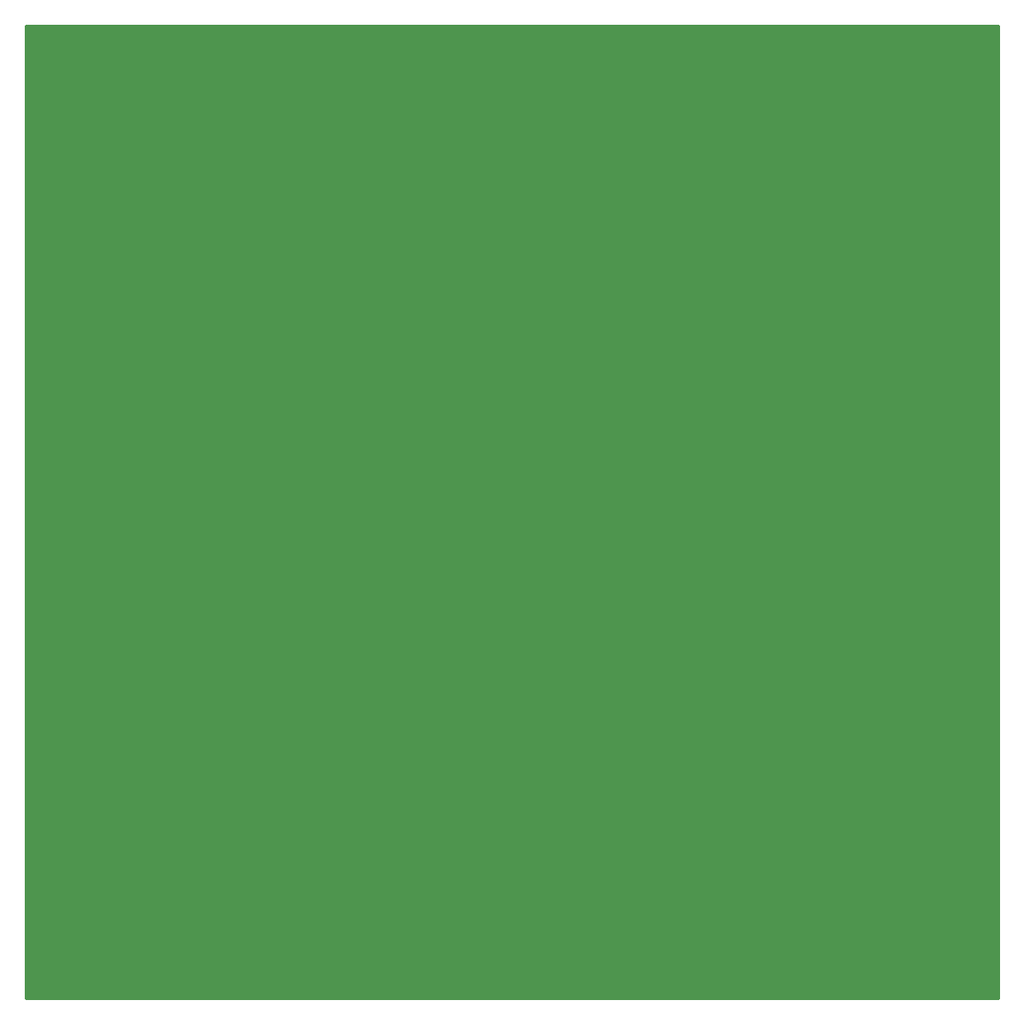
<source format=gbr>
G04 #@! TF.GenerationSoftware,KiCad,Pcbnew,(5.1.5)-3*
G04 #@! TF.CreationDate,2020-04-01T16:02:13+02:00*
G04 #@! TF.ProjectId,elektrode_v1,656c656b-7472-46f6-9465-5f76312e6b69,rev?*
G04 #@! TF.SameCoordinates,Original*
G04 #@! TF.FileFunction,Profile,NP*
%FSLAX46Y46*%
G04 Gerber Fmt 4.6, Leading zero omitted, Abs format (unit mm)*
G04 Created by KiCad (PCBNEW (5.1.5)-3) date 2020-04-01 16:02:13*
%MOMM*%
%LPD*%
G04 APERTURE LIST*
%ADD10C,0.254000*%
G04 APERTURE END LIST*
D10*
G36*
X184873000Y-154873000D02*
G01*
X85127000Y-154873000D01*
X85127000Y-55127000D01*
X184873000Y-55127000D01*
X184873000Y-154873000D01*
G37*
X184873000Y-154873000D02*
X85127000Y-154873000D01*
X85127000Y-55127000D01*
X184873000Y-55127000D01*
X184873000Y-154873000D01*
M02*

</source>
